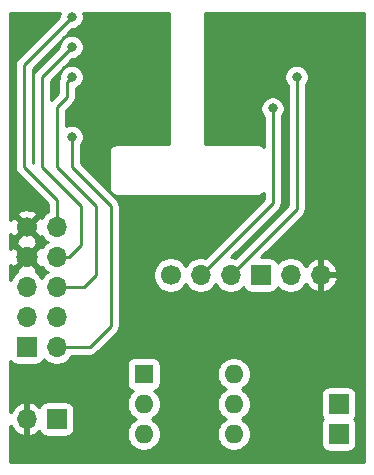
<source format=gbl>
G04 #@! TF.GenerationSoftware,KiCad,Pcbnew,5.1.5*
G04 #@! TF.CreationDate,2020-03-08T11:02:30+01:00*
G04 #@! TF.ProjectId,Flash-Station,466c6173-682d-4537-9461-74696f6e2e6b,rev?*
G04 #@! TF.SameCoordinates,Original*
G04 #@! TF.FileFunction,Copper,L2,Bot*
G04 #@! TF.FilePolarity,Positive*
%FSLAX46Y46*%
G04 Gerber Fmt 4.6, Leading zero omitted, Abs format (unit mm)*
G04 Created by KiCad (PCBNEW 5.1.5) date 2020-03-08 11:02:30*
%MOMM*%
%LPD*%
G04 APERTURE LIST*
%ADD10O,1.700000X1.700000*%
%ADD11R,1.700000X1.700000*%
%ADD12C,1.700000*%
%ADD13C,1.800000*%
%ADD14O,1.600000X1.600000*%
%ADD15R,1.600000X1.600000*%
%ADD16C,0.800000*%
%ADD17C,0.250000*%
%ADD18C,0.254000*%
G04 APERTURE END LIST*
D10*
X93472000Y-81534000D03*
X90932000Y-81534000D03*
D11*
X88392000Y-81534000D03*
D10*
X85852000Y-81534000D03*
X83312000Y-81534000D03*
D12*
X80772000Y-81534000D03*
D10*
X71120000Y-87630000D03*
D11*
X68580000Y-87630000D03*
D10*
X71120000Y-85090000D03*
X68580000Y-85090000D03*
X71120000Y-82550000D03*
X68580000Y-82550000D03*
X71120000Y-80010000D03*
D13*
X68580000Y-80010000D03*
D10*
X71120000Y-77470000D03*
D12*
X68580000Y-77470000D03*
D11*
X94996000Y-94996000D03*
X94996000Y-92456000D03*
D10*
X68580000Y-93726000D03*
D11*
X71120000Y-93726000D03*
D14*
X86106000Y-89916000D03*
X78486000Y-94996000D03*
X86106000Y-92456000D03*
X78486000Y-92456000D03*
X86106000Y-94996000D03*
D15*
X78486000Y-89916000D03*
D16*
X91440000Y-59690000D03*
X74422000Y-72263000D03*
X72390000Y-59690000D03*
X72390000Y-62230000D03*
X72390000Y-64770000D03*
X72390000Y-69850000D03*
X91440000Y-64770000D03*
X89408000Y-67437000D03*
D17*
X72390000Y-59690000D02*
X68326000Y-63754000D01*
X68326000Y-63754000D02*
X68326000Y-72390000D01*
X68326000Y-72390000D02*
X71120000Y-75184000D01*
X71120000Y-75184000D02*
X71120000Y-77470000D01*
X72136000Y-80010000D02*
X71120000Y-80010000D01*
X72390000Y-62230000D02*
X69850000Y-64770000D01*
X69850000Y-64770000D02*
X69850000Y-72390000D01*
X69850000Y-72390000D02*
X73152000Y-75692000D01*
X73152000Y-75692000D02*
X73152000Y-78994000D01*
X73152000Y-78994000D02*
X72136000Y-80010000D01*
X73406000Y-82550000D02*
X71120000Y-82550000D01*
X74422000Y-75692000D02*
X74422000Y-81534000D01*
X71990001Y-65169999D02*
X71990001Y-66439999D01*
X71990001Y-66439999D02*
X71120000Y-67310000D01*
X72390000Y-64770000D02*
X71990001Y-65169999D01*
X74422000Y-81534000D02*
X73406000Y-82550000D01*
X71120000Y-67310000D02*
X71120000Y-72390000D01*
X71120000Y-72390000D02*
X74422000Y-75692000D01*
X73914000Y-87630000D02*
X71120000Y-87630000D01*
X75692000Y-85852000D02*
X73914000Y-87630000D01*
X75692000Y-75692000D02*
X75692000Y-85852000D01*
X72390000Y-69850000D02*
X72390000Y-72390000D01*
X72390000Y-72390000D02*
X75692000Y-75692000D01*
X91440000Y-75946000D02*
X85852000Y-81534000D01*
X91440000Y-64770000D02*
X91440000Y-75946000D01*
X89408000Y-75438000D02*
X83312000Y-81534000D01*
X89408000Y-67437000D02*
X89408000Y-75438000D01*
D18*
G36*
X80620000Y-70460000D02*
G01*
X76232419Y-70460000D01*
X76200000Y-70456807D01*
X76167581Y-70460000D01*
X76070617Y-70469550D01*
X75946207Y-70507290D01*
X75831550Y-70568575D01*
X75731052Y-70651052D01*
X75648575Y-70751550D01*
X75587290Y-70866207D01*
X75549550Y-70990617D01*
X75536807Y-71120000D01*
X75540001Y-71152429D01*
X75540000Y-74135580D01*
X75536807Y-74168000D01*
X75549550Y-74297383D01*
X75587290Y-74421793D01*
X75648575Y-74536450D01*
X75731052Y-74636948D01*
X75831550Y-74719425D01*
X75946207Y-74780710D01*
X76070617Y-74818450D01*
X76200000Y-74831193D01*
X76232419Y-74828000D01*
X88105581Y-74828000D01*
X88138000Y-74831193D01*
X88170419Y-74828000D01*
X88267383Y-74818450D01*
X88391793Y-74780710D01*
X88506450Y-74719425D01*
X88606948Y-74636948D01*
X88648001Y-74586925D01*
X88648001Y-75123197D01*
X83678408Y-80092791D01*
X83458260Y-80049000D01*
X83165740Y-80049000D01*
X82878842Y-80106068D01*
X82608589Y-80218010D01*
X82365368Y-80380525D01*
X82158525Y-80587368D01*
X82042000Y-80761760D01*
X81925475Y-80587368D01*
X81718632Y-80380525D01*
X81475411Y-80218010D01*
X81205158Y-80106068D01*
X80918260Y-80049000D01*
X80625740Y-80049000D01*
X80338842Y-80106068D01*
X80068589Y-80218010D01*
X79825368Y-80380525D01*
X79618525Y-80587368D01*
X79456010Y-80830589D01*
X79344068Y-81100842D01*
X79287000Y-81387740D01*
X79287000Y-81680260D01*
X79344068Y-81967158D01*
X79456010Y-82237411D01*
X79618525Y-82480632D01*
X79825368Y-82687475D01*
X80068589Y-82849990D01*
X80338842Y-82961932D01*
X80625740Y-83019000D01*
X80918260Y-83019000D01*
X81205158Y-82961932D01*
X81475411Y-82849990D01*
X81718632Y-82687475D01*
X81925475Y-82480632D01*
X82042000Y-82306240D01*
X82158525Y-82480632D01*
X82365368Y-82687475D01*
X82608589Y-82849990D01*
X82878842Y-82961932D01*
X83165740Y-83019000D01*
X83458260Y-83019000D01*
X83745158Y-82961932D01*
X84015411Y-82849990D01*
X84258632Y-82687475D01*
X84465475Y-82480632D01*
X84582000Y-82306240D01*
X84698525Y-82480632D01*
X84905368Y-82687475D01*
X85148589Y-82849990D01*
X85418842Y-82961932D01*
X85705740Y-83019000D01*
X85998260Y-83019000D01*
X86285158Y-82961932D01*
X86555411Y-82849990D01*
X86798632Y-82687475D01*
X86930487Y-82555620D01*
X86952498Y-82628180D01*
X87011463Y-82738494D01*
X87090815Y-82835185D01*
X87187506Y-82914537D01*
X87297820Y-82973502D01*
X87417518Y-83009812D01*
X87542000Y-83022072D01*
X89242000Y-83022072D01*
X89366482Y-83009812D01*
X89486180Y-82973502D01*
X89596494Y-82914537D01*
X89693185Y-82835185D01*
X89772537Y-82738494D01*
X89831502Y-82628180D01*
X89853513Y-82555620D01*
X89985368Y-82687475D01*
X90228589Y-82849990D01*
X90498842Y-82961932D01*
X90785740Y-83019000D01*
X91078260Y-83019000D01*
X91365158Y-82961932D01*
X91635411Y-82849990D01*
X91878632Y-82687475D01*
X92085475Y-82480632D01*
X92207195Y-82298466D01*
X92276822Y-82415355D01*
X92471731Y-82631588D01*
X92705080Y-82805641D01*
X92967901Y-82930825D01*
X93115110Y-82975476D01*
X93345000Y-82854155D01*
X93345000Y-81661000D01*
X93599000Y-81661000D01*
X93599000Y-82854155D01*
X93828890Y-82975476D01*
X93976099Y-82930825D01*
X94238920Y-82805641D01*
X94472269Y-82631588D01*
X94667178Y-82415355D01*
X94816157Y-82165252D01*
X94913481Y-81890891D01*
X94792814Y-81661000D01*
X93599000Y-81661000D01*
X93345000Y-81661000D01*
X93325000Y-81661000D01*
X93325000Y-81407000D01*
X93345000Y-81407000D01*
X93345000Y-80213845D01*
X93599000Y-80213845D01*
X93599000Y-81407000D01*
X94792814Y-81407000D01*
X94913481Y-81177109D01*
X94816157Y-80902748D01*
X94667178Y-80652645D01*
X94472269Y-80436412D01*
X94238920Y-80262359D01*
X93976099Y-80137175D01*
X93828890Y-80092524D01*
X93599000Y-80213845D01*
X93345000Y-80213845D01*
X93115110Y-80092524D01*
X92967901Y-80137175D01*
X92705080Y-80262359D01*
X92471731Y-80436412D01*
X92276822Y-80652645D01*
X92207195Y-80769534D01*
X92085475Y-80587368D01*
X91878632Y-80380525D01*
X91635411Y-80218010D01*
X91365158Y-80106068D01*
X91078260Y-80049000D01*
X90785740Y-80049000D01*
X90498842Y-80106068D01*
X90228589Y-80218010D01*
X89985368Y-80380525D01*
X89853513Y-80512380D01*
X89831502Y-80439820D01*
X89772537Y-80329506D01*
X89693185Y-80232815D01*
X89596494Y-80153463D01*
X89486180Y-80094498D01*
X89366482Y-80058188D01*
X89242000Y-80045928D01*
X88414874Y-80045928D01*
X91951008Y-76509795D01*
X91980001Y-76486001D01*
X92003795Y-76457008D01*
X92003799Y-76457004D01*
X92074973Y-76370277D01*
X92098120Y-76326973D01*
X92145546Y-76238247D01*
X92189003Y-76094986D01*
X92200000Y-75983333D01*
X92200000Y-75983324D01*
X92203676Y-75946001D01*
X92200000Y-75908678D01*
X92200000Y-65473711D01*
X92243937Y-65429774D01*
X92357205Y-65260256D01*
X92435226Y-65071898D01*
X92475000Y-64871939D01*
X92475000Y-64668061D01*
X92435226Y-64468102D01*
X92357205Y-64279744D01*
X92243937Y-64110226D01*
X92099774Y-63966063D01*
X91930256Y-63852795D01*
X91741898Y-63774774D01*
X91541939Y-63735000D01*
X91338061Y-63735000D01*
X91138102Y-63774774D01*
X90949744Y-63852795D01*
X90780226Y-63966063D01*
X90636063Y-64110226D01*
X90522795Y-64279744D01*
X90444774Y-64468102D01*
X90405000Y-64668061D01*
X90405000Y-64871939D01*
X90444774Y-65071898D01*
X90522795Y-65260256D01*
X90636063Y-65429774D01*
X90680000Y-65473711D01*
X90680001Y-75631196D01*
X86218408Y-80092791D01*
X85998260Y-80049000D01*
X85871801Y-80049000D01*
X89919003Y-76001799D01*
X89948001Y-75978001D01*
X89984930Y-75933003D01*
X90042974Y-75862277D01*
X90113546Y-75730247D01*
X90136472Y-75654668D01*
X90157003Y-75586986D01*
X90168000Y-75475333D01*
X90168000Y-75475323D01*
X90171676Y-75438000D01*
X90168000Y-75400677D01*
X90168000Y-68140711D01*
X90211937Y-68096774D01*
X90325205Y-67927256D01*
X90403226Y-67738898D01*
X90443000Y-67538939D01*
X90443000Y-67335061D01*
X90403226Y-67135102D01*
X90325205Y-66946744D01*
X90211937Y-66777226D01*
X90067774Y-66633063D01*
X89898256Y-66519795D01*
X89709898Y-66441774D01*
X89509939Y-66402000D01*
X89306061Y-66402000D01*
X89106102Y-66441774D01*
X88917744Y-66519795D01*
X88748226Y-66633063D01*
X88604063Y-66777226D01*
X88490795Y-66946744D01*
X88412774Y-67135102D01*
X88373000Y-67335061D01*
X88373000Y-67538939D01*
X88412774Y-67738898D01*
X88490795Y-67927256D01*
X88604063Y-68096774D01*
X88648000Y-68140711D01*
X88648000Y-70701074D01*
X88606948Y-70651052D01*
X88506450Y-70568575D01*
X88391793Y-70507290D01*
X88267383Y-70469550D01*
X88170419Y-70460000D01*
X88138000Y-70456807D01*
X88105581Y-70460000D01*
X83718000Y-70460000D01*
X83718000Y-59334000D01*
X97130001Y-59334000D01*
X97130000Y-97384000D01*
X67208000Y-97384000D01*
X67208000Y-94278761D01*
X67235843Y-94357252D01*
X67384822Y-94607355D01*
X67579731Y-94823588D01*
X67813080Y-94997641D01*
X68075901Y-95122825D01*
X68223110Y-95167476D01*
X68453000Y-95046155D01*
X68453000Y-93853000D01*
X68433000Y-93853000D01*
X68433000Y-93599000D01*
X68453000Y-93599000D01*
X68453000Y-92405845D01*
X68707000Y-92405845D01*
X68707000Y-93599000D01*
X68727000Y-93599000D01*
X68727000Y-93853000D01*
X68707000Y-93853000D01*
X68707000Y-95046155D01*
X68936890Y-95167476D01*
X69084099Y-95122825D01*
X69346920Y-94997641D01*
X69580269Y-94823588D01*
X69656034Y-94739534D01*
X69680498Y-94820180D01*
X69739463Y-94930494D01*
X69818815Y-95027185D01*
X69915506Y-95106537D01*
X70025820Y-95165502D01*
X70145518Y-95201812D01*
X70270000Y-95214072D01*
X71970000Y-95214072D01*
X72094482Y-95201812D01*
X72214180Y-95165502D01*
X72324494Y-95106537D01*
X72421185Y-95027185D01*
X72500537Y-94930494D01*
X72559502Y-94820180D01*
X72595812Y-94700482D01*
X72608072Y-94576000D01*
X72608072Y-92876000D01*
X72595812Y-92751518D01*
X72559502Y-92631820D01*
X72500537Y-92521506D01*
X72421185Y-92424815D01*
X72324494Y-92345463D01*
X72214180Y-92286498D01*
X72094482Y-92250188D01*
X71970000Y-92237928D01*
X70270000Y-92237928D01*
X70145518Y-92250188D01*
X70025820Y-92286498D01*
X69915506Y-92345463D01*
X69818815Y-92424815D01*
X69739463Y-92521506D01*
X69680498Y-92631820D01*
X69656034Y-92712466D01*
X69580269Y-92628412D01*
X69346920Y-92454359D01*
X69084099Y-92329175D01*
X68936890Y-92284524D01*
X68707000Y-92405845D01*
X68453000Y-92405845D01*
X68223110Y-92284524D01*
X68075901Y-92329175D01*
X67813080Y-92454359D01*
X67579731Y-92628412D01*
X67384822Y-92844645D01*
X67235843Y-93094748D01*
X67208000Y-93173239D01*
X67208000Y-88844896D01*
X67278815Y-88931185D01*
X67375506Y-89010537D01*
X67485820Y-89069502D01*
X67605518Y-89105812D01*
X67730000Y-89118072D01*
X69430000Y-89118072D01*
X69451038Y-89116000D01*
X77047928Y-89116000D01*
X77047928Y-90716000D01*
X77060188Y-90840482D01*
X77096498Y-90960180D01*
X77155463Y-91070494D01*
X77234815Y-91167185D01*
X77331506Y-91246537D01*
X77441820Y-91305502D01*
X77561518Y-91341812D01*
X77569961Y-91342643D01*
X77371363Y-91541241D01*
X77214320Y-91776273D01*
X77106147Y-92037426D01*
X77051000Y-92314665D01*
X77051000Y-92597335D01*
X77106147Y-92874574D01*
X77214320Y-93135727D01*
X77371363Y-93370759D01*
X77571241Y-93570637D01*
X77803759Y-93726000D01*
X77571241Y-93881363D01*
X77371363Y-94081241D01*
X77214320Y-94316273D01*
X77106147Y-94577426D01*
X77051000Y-94854665D01*
X77051000Y-95137335D01*
X77106147Y-95414574D01*
X77214320Y-95675727D01*
X77371363Y-95910759D01*
X77571241Y-96110637D01*
X77806273Y-96267680D01*
X78067426Y-96375853D01*
X78344665Y-96431000D01*
X78627335Y-96431000D01*
X78904574Y-96375853D01*
X79165727Y-96267680D01*
X79400759Y-96110637D01*
X79600637Y-95910759D01*
X79757680Y-95675727D01*
X79865853Y-95414574D01*
X79921000Y-95137335D01*
X79921000Y-94854665D01*
X79865853Y-94577426D01*
X79757680Y-94316273D01*
X79600637Y-94081241D01*
X79400759Y-93881363D01*
X79168241Y-93726000D01*
X79400759Y-93570637D01*
X79600637Y-93370759D01*
X79757680Y-93135727D01*
X79865853Y-92874574D01*
X79921000Y-92597335D01*
X79921000Y-92314665D01*
X79865853Y-92037426D01*
X79757680Y-91776273D01*
X79600637Y-91541241D01*
X79402039Y-91342643D01*
X79410482Y-91341812D01*
X79530180Y-91305502D01*
X79640494Y-91246537D01*
X79737185Y-91167185D01*
X79816537Y-91070494D01*
X79875502Y-90960180D01*
X79911812Y-90840482D01*
X79924072Y-90716000D01*
X79924072Y-89774665D01*
X84671000Y-89774665D01*
X84671000Y-90057335D01*
X84726147Y-90334574D01*
X84834320Y-90595727D01*
X84991363Y-90830759D01*
X85191241Y-91030637D01*
X85423759Y-91186000D01*
X85191241Y-91341363D01*
X84991363Y-91541241D01*
X84834320Y-91776273D01*
X84726147Y-92037426D01*
X84671000Y-92314665D01*
X84671000Y-92597335D01*
X84726147Y-92874574D01*
X84834320Y-93135727D01*
X84991363Y-93370759D01*
X85191241Y-93570637D01*
X85423759Y-93726000D01*
X85191241Y-93881363D01*
X84991363Y-94081241D01*
X84834320Y-94316273D01*
X84726147Y-94577426D01*
X84671000Y-94854665D01*
X84671000Y-95137335D01*
X84726147Y-95414574D01*
X84834320Y-95675727D01*
X84991363Y-95910759D01*
X85191241Y-96110637D01*
X85426273Y-96267680D01*
X85687426Y-96375853D01*
X85964665Y-96431000D01*
X86247335Y-96431000D01*
X86524574Y-96375853D01*
X86785727Y-96267680D01*
X87020759Y-96110637D01*
X87220637Y-95910759D01*
X87377680Y-95675727D01*
X87485853Y-95414574D01*
X87541000Y-95137335D01*
X87541000Y-94854665D01*
X87485853Y-94577426D01*
X87377680Y-94316273D01*
X87220637Y-94081241D01*
X87020759Y-93881363D01*
X86788241Y-93726000D01*
X87020759Y-93570637D01*
X87220637Y-93370759D01*
X87377680Y-93135727D01*
X87485853Y-92874574D01*
X87541000Y-92597335D01*
X87541000Y-92314665D01*
X87485853Y-92037426D01*
X87377680Y-91776273D01*
X87263908Y-91606000D01*
X93507928Y-91606000D01*
X93507928Y-93306000D01*
X93520188Y-93430482D01*
X93556498Y-93550180D01*
X93615463Y-93660494D01*
X93669222Y-93726000D01*
X93615463Y-93791506D01*
X93556498Y-93901820D01*
X93520188Y-94021518D01*
X93507928Y-94146000D01*
X93507928Y-95846000D01*
X93520188Y-95970482D01*
X93556498Y-96090180D01*
X93615463Y-96200494D01*
X93694815Y-96297185D01*
X93791506Y-96376537D01*
X93901820Y-96435502D01*
X94021518Y-96471812D01*
X94146000Y-96484072D01*
X95846000Y-96484072D01*
X95970482Y-96471812D01*
X96090180Y-96435502D01*
X96200494Y-96376537D01*
X96297185Y-96297185D01*
X96376537Y-96200494D01*
X96435502Y-96090180D01*
X96471812Y-95970482D01*
X96484072Y-95846000D01*
X96484072Y-94146000D01*
X96471812Y-94021518D01*
X96435502Y-93901820D01*
X96376537Y-93791506D01*
X96322778Y-93726000D01*
X96376537Y-93660494D01*
X96435502Y-93550180D01*
X96471812Y-93430482D01*
X96484072Y-93306000D01*
X96484072Y-91606000D01*
X96471812Y-91481518D01*
X96435502Y-91361820D01*
X96376537Y-91251506D01*
X96297185Y-91154815D01*
X96200494Y-91075463D01*
X96090180Y-91016498D01*
X95970482Y-90980188D01*
X95846000Y-90967928D01*
X94146000Y-90967928D01*
X94021518Y-90980188D01*
X93901820Y-91016498D01*
X93791506Y-91075463D01*
X93694815Y-91154815D01*
X93615463Y-91251506D01*
X93556498Y-91361820D01*
X93520188Y-91481518D01*
X93507928Y-91606000D01*
X87263908Y-91606000D01*
X87220637Y-91541241D01*
X87020759Y-91341363D01*
X86788241Y-91186000D01*
X87020759Y-91030637D01*
X87220637Y-90830759D01*
X87377680Y-90595727D01*
X87485853Y-90334574D01*
X87541000Y-90057335D01*
X87541000Y-89774665D01*
X87485853Y-89497426D01*
X87377680Y-89236273D01*
X87220637Y-89001241D01*
X87020759Y-88801363D01*
X86785727Y-88644320D01*
X86524574Y-88536147D01*
X86247335Y-88481000D01*
X85964665Y-88481000D01*
X85687426Y-88536147D01*
X85426273Y-88644320D01*
X85191241Y-88801363D01*
X84991363Y-89001241D01*
X84834320Y-89236273D01*
X84726147Y-89497426D01*
X84671000Y-89774665D01*
X79924072Y-89774665D01*
X79924072Y-89116000D01*
X79911812Y-88991518D01*
X79875502Y-88871820D01*
X79816537Y-88761506D01*
X79737185Y-88664815D01*
X79640494Y-88585463D01*
X79530180Y-88526498D01*
X79410482Y-88490188D01*
X79286000Y-88477928D01*
X77686000Y-88477928D01*
X77561518Y-88490188D01*
X77441820Y-88526498D01*
X77331506Y-88585463D01*
X77234815Y-88664815D01*
X77155463Y-88761506D01*
X77096498Y-88871820D01*
X77060188Y-88991518D01*
X77047928Y-89116000D01*
X69451038Y-89116000D01*
X69554482Y-89105812D01*
X69674180Y-89069502D01*
X69784494Y-89010537D01*
X69881185Y-88931185D01*
X69960537Y-88834494D01*
X70019502Y-88724180D01*
X70041513Y-88651620D01*
X70173368Y-88783475D01*
X70416589Y-88945990D01*
X70686842Y-89057932D01*
X70973740Y-89115000D01*
X71266260Y-89115000D01*
X71553158Y-89057932D01*
X71823411Y-88945990D01*
X72066632Y-88783475D01*
X72273475Y-88576632D01*
X72398178Y-88390000D01*
X73876678Y-88390000D01*
X73914000Y-88393676D01*
X73951322Y-88390000D01*
X73951333Y-88390000D01*
X74062986Y-88379003D01*
X74206247Y-88335546D01*
X74338276Y-88264974D01*
X74454001Y-88170001D01*
X74477804Y-88140997D01*
X76203003Y-86415799D01*
X76232001Y-86392001D01*
X76326974Y-86276276D01*
X76397546Y-86144247D01*
X76441003Y-86000986D01*
X76452000Y-85889333D01*
X76452000Y-85889325D01*
X76455676Y-85852000D01*
X76452000Y-85814675D01*
X76452000Y-75729322D01*
X76455676Y-75691999D01*
X76452000Y-75654676D01*
X76452000Y-75654667D01*
X76441003Y-75543014D01*
X76397546Y-75399753D01*
X76326974Y-75267724D01*
X76232001Y-75151999D01*
X76203004Y-75128202D01*
X73150000Y-72075199D01*
X73150000Y-70553711D01*
X73193937Y-70509774D01*
X73307205Y-70340256D01*
X73385226Y-70151898D01*
X73425000Y-69951939D01*
X73425000Y-69748061D01*
X73385226Y-69548102D01*
X73307205Y-69359744D01*
X73193937Y-69190226D01*
X73049774Y-69046063D01*
X72880256Y-68932795D01*
X72691898Y-68854774D01*
X72491939Y-68815000D01*
X72288061Y-68815000D01*
X72088102Y-68854774D01*
X71899744Y-68932795D01*
X71880000Y-68945987D01*
X71880000Y-67624801D01*
X72501004Y-67003798D01*
X72530002Y-66980000D01*
X72624975Y-66864275D01*
X72695547Y-66732246D01*
X72739004Y-66588985D01*
X72750001Y-66477332D01*
X72750001Y-66477323D01*
X72753677Y-66440000D01*
X72750001Y-66402677D01*
X72750001Y-65741159D01*
X72880256Y-65687205D01*
X73049774Y-65573937D01*
X73193937Y-65429774D01*
X73307205Y-65260256D01*
X73385226Y-65071898D01*
X73425000Y-64871939D01*
X73425000Y-64668061D01*
X73385226Y-64468102D01*
X73307205Y-64279744D01*
X73193937Y-64110226D01*
X73049774Y-63966063D01*
X72880256Y-63852795D01*
X72691898Y-63774774D01*
X72491939Y-63735000D01*
X72288061Y-63735000D01*
X72088102Y-63774774D01*
X71899744Y-63852795D01*
X71730226Y-63966063D01*
X71586063Y-64110226D01*
X71472795Y-64279744D01*
X71394774Y-64468102D01*
X71355000Y-64668061D01*
X71355000Y-64745774D01*
X71342051Y-64770000D01*
X71284455Y-64877753D01*
X71240998Y-65021014D01*
X71230001Y-65132667D01*
X71230001Y-65132677D01*
X71226325Y-65169999D01*
X71230001Y-65207322D01*
X71230002Y-66125197D01*
X70610000Y-66745199D01*
X70610000Y-65084801D01*
X72429803Y-63265000D01*
X72491939Y-63265000D01*
X72691898Y-63225226D01*
X72880256Y-63147205D01*
X73049774Y-63033937D01*
X73193937Y-62889774D01*
X73307205Y-62720256D01*
X73385226Y-62531898D01*
X73425000Y-62331939D01*
X73425000Y-62128061D01*
X73385226Y-61928102D01*
X73307205Y-61739744D01*
X73193937Y-61570226D01*
X73049774Y-61426063D01*
X72880256Y-61312795D01*
X72691898Y-61234774D01*
X72491939Y-61195000D01*
X72288061Y-61195000D01*
X72088102Y-61234774D01*
X71899744Y-61312795D01*
X71730226Y-61426063D01*
X71586063Y-61570226D01*
X71472795Y-61739744D01*
X71394774Y-61928102D01*
X71355000Y-62128061D01*
X71355000Y-62190197D01*
X69339003Y-64206196D01*
X69309999Y-64229999D01*
X69269175Y-64279744D01*
X69215026Y-64345724D01*
X69151564Y-64464453D01*
X69144454Y-64477754D01*
X69100997Y-64621015D01*
X69090000Y-64732668D01*
X69090000Y-64732678D01*
X69086324Y-64770000D01*
X69090000Y-64807322D01*
X69090001Y-72079200D01*
X69086000Y-72075199D01*
X69086000Y-64068801D01*
X72429802Y-60725000D01*
X72491939Y-60725000D01*
X72691898Y-60685226D01*
X72880256Y-60607205D01*
X73049774Y-60493937D01*
X73193937Y-60349774D01*
X73307205Y-60180256D01*
X73385226Y-59991898D01*
X73425000Y-59791939D01*
X73425000Y-59588061D01*
X73385226Y-59388102D01*
X73362816Y-59334000D01*
X80620001Y-59334000D01*
X80620000Y-70460000D01*
G37*
X80620000Y-70460000D02*
X76232419Y-70460000D01*
X76200000Y-70456807D01*
X76167581Y-70460000D01*
X76070617Y-70469550D01*
X75946207Y-70507290D01*
X75831550Y-70568575D01*
X75731052Y-70651052D01*
X75648575Y-70751550D01*
X75587290Y-70866207D01*
X75549550Y-70990617D01*
X75536807Y-71120000D01*
X75540001Y-71152429D01*
X75540000Y-74135580D01*
X75536807Y-74168000D01*
X75549550Y-74297383D01*
X75587290Y-74421793D01*
X75648575Y-74536450D01*
X75731052Y-74636948D01*
X75831550Y-74719425D01*
X75946207Y-74780710D01*
X76070617Y-74818450D01*
X76200000Y-74831193D01*
X76232419Y-74828000D01*
X88105581Y-74828000D01*
X88138000Y-74831193D01*
X88170419Y-74828000D01*
X88267383Y-74818450D01*
X88391793Y-74780710D01*
X88506450Y-74719425D01*
X88606948Y-74636948D01*
X88648001Y-74586925D01*
X88648001Y-75123197D01*
X83678408Y-80092791D01*
X83458260Y-80049000D01*
X83165740Y-80049000D01*
X82878842Y-80106068D01*
X82608589Y-80218010D01*
X82365368Y-80380525D01*
X82158525Y-80587368D01*
X82042000Y-80761760D01*
X81925475Y-80587368D01*
X81718632Y-80380525D01*
X81475411Y-80218010D01*
X81205158Y-80106068D01*
X80918260Y-80049000D01*
X80625740Y-80049000D01*
X80338842Y-80106068D01*
X80068589Y-80218010D01*
X79825368Y-80380525D01*
X79618525Y-80587368D01*
X79456010Y-80830589D01*
X79344068Y-81100842D01*
X79287000Y-81387740D01*
X79287000Y-81680260D01*
X79344068Y-81967158D01*
X79456010Y-82237411D01*
X79618525Y-82480632D01*
X79825368Y-82687475D01*
X80068589Y-82849990D01*
X80338842Y-82961932D01*
X80625740Y-83019000D01*
X80918260Y-83019000D01*
X81205158Y-82961932D01*
X81475411Y-82849990D01*
X81718632Y-82687475D01*
X81925475Y-82480632D01*
X82042000Y-82306240D01*
X82158525Y-82480632D01*
X82365368Y-82687475D01*
X82608589Y-82849990D01*
X82878842Y-82961932D01*
X83165740Y-83019000D01*
X83458260Y-83019000D01*
X83745158Y-82961932D01*
X84015411Y-82849990D01*
X84258632Y-82687475D01*
X84465475Y-82480632D01*
X84582000Y-82306240D01*
X84698525Y-82480632D01*
X84905368Y-82687475D01*
X85148589Y-82849990D01*
X85418842Y-82961932D01*
X85705740Y-83019000D01*
X85998260Y-83019000D01*
X86285158Y-82961932D01*
X86555411Y-82849990D01*
X86798632Y-82687475D01*
X86930487Y-82555620D01*
X86952498Y-82628180D01*
X87011463Y-82738494D01*
X87090815Y-82835185D01*
X87187506Y-82914537D01*
X87297820Y-82973502D01*
X87417518Y-83009812D01*
X87542000Y-83022072D01*
X89242000Y-83022072D01*
X89366482Y-83009812D01*
X89486180Y-82973502D01*
X89596494Y-82914537D01*
X89693185Y-82835185D01*
X89772537Y-82738494D01*
X89831502Y-82628180D01*
X89853513Y-82555620D01*
X89985368Y-82687475D01*
X90228589Y-82849990D01*
X90498842Y-82961932D01*
X90785740Y-83019000D01*
X91078260Y-83019000D01*
X91365158Y-82961932D01*
X91635411Y-82849990D01*
X91878632Y-82687475D01*
X92085475Y-82480632D01*
X92207195Y-82298466D01*
X92276822Y-82415355D01*
X92471731Y-82631588D01*
X92705080Y-82805641D01*
X92967901Y-82930825D01*
X93115110Y-82975476D01*
X93345000Y-82854155D01*
X93345000Y-81661000D01*
X93599000Y-81661000D01*
X93599000Y-82854155D01*
X93828890Y-82975476D01*
X93976099Y-82930825D01*
X94238920Y-82805641D01*
X94472269Y-82631588D01*
X94667178Y-82415355D01*
X94816157Y-82165252D01*
X94913481Y-81890891D01*
X94792814Y-81661000D01*
X93599000Y-81661000D01*
X93345000Y-81661000D01*
X93325000Y-81661000D01*
X93325000Y-81407000D01*
X93345000Y-81407000D01*
X93345000Y-80213845D01*
X93599000Y-80213845D01*
X93599000Y-81407000D01*
X94792814Y-81407000D01*
X94913481Y-81177109D01*
X94816157Y-80902748D01*
X94667178Y-80652645D01*
X94472269Y-80436412D01*
X94238920Y-80262359D01*
X93976099Y-80137175D01*
X93828890Y-80092524D01*
X93599000Y-80213845D01*
X93345000Y-80213845D01*
X93115110Y-80092524D01*
X92967901Y-80137175D01*
X92705080Y-80262359D01*
X92471731Y-80436412D01*
X92276822Y-80652645D01*
X92207195Y-80769534D01*
X92085475Y-80587368D01*
X91878632Y-80380525D01*
X91635411Y-80218010D01*
X91365158Y-80106068D01*
X91078260Y-80049000D01*
X90785740Y-80049000D01*
X90498842Y-80106068D01*
X90228589Y-80218010D01*
X89985368Y-80380525D01*
X89853513Y-80512380D01*
X89831502Y-80439820D01*
X89772537Y-80329506D01*
X89693185Y-80232815D01*
X89596494Y-80153463D01*
X89486180Y-80094498D01*
X89366482Y-80058188D01*
X89242000Y-80045928D01*
X88414874Y-80045928D01*
X91951008Y-76509795D01*
X91980001Y-76486001D01*
X92003795Y-76457008D01*
X92003799Y-76457004D01*
X92074973Y-76370277D01*
X92098120Y-76326973D01*
X92145546Y-76238247D01*
X92189003Y-76094986D01*
X92200000Y-75983333D01*
X92200000Y-75983324D01*
X92203676Y-75946001D01*
X92200000Y-75908678D01*
X92200000Y-65473711D01*
X92243937Y-65429774D01*
X92357205Y-65260256D01*
X92435226Y-65071898D01*
X92475000Y-64871939D01*
X92475000Y-64668061D01*
X92435226Y-64468102D01*
X92357205Y-64279744D01*
X92243937Y-64110226D01*
X92099774Y-63966063D01*
X91930256Y-63852795D01*
X91741898Y-63774774D01*
X91541939Y-63735000D01*
X91338061Y-63735000D01*
X91138102Y-63774774D01*
X90949744Y-63852795D01*
X90780226Y-63966063D01*
X90636063Y-64110226D01*
X90522795Y-64279744D01*
X90444774Y-64468102D01*
X90405000Y-64668061D01*
X90405000Y-64871939D01*
X90444774Y-65071898D01*
X90522795Y-65260256D01*
X90636063Y-65429774D01*
X90680000Y-65473711D01*
X90680001Y-75631196D01*
X86218408Y-80092791D01*
X85998260Y-80049000D01*
X85871801Y-80049000D01*
X89919003Y-76001799D01*
X89948001Y-75978001D01*
X89984930Y-75933003D01*
X90042974Y-75862277D01*
X90113546Y-75730247D01*
X90136472Y-75654668D01*
X90157003Y-75586986D01*
X90168000Y-75475333D01*
X90168000Y-75475323D01*
X90171676Y-75438000D01*
X90168000Y-75400677D01*
X90168000Y-68140711D01*
X90211937Y-68096774D01*
X90325205Y-67927256D01*
X90403226Y-67738898D01*
X90443000Y-67538939D01*
X90443000Y-67335061D01*
X90403226Y-67135102D01*
X90325205Y-66946744D01*
X90211937Y-66777226D01*
X90067774Y-66633063D01*
X89898256Y-66519795D01*
X89709898Y-66441774D01*
X89509939Y-66402000D01*
X89306061Y-66402000D01*
X89106102Y-66441774D01*
X88917744Y-66519795D01*
X88748226Y-66633063D01*
X88604063Y-66777226D01*
X88490795Y-66946744D01*
X88412774Y-67135102D01*
X88373000Y-67335061D01*
X88373000Y-67538939D01*
X88412774Y-67738898D01*
X88490795Y-67927256D01*
X88604063Y-68096774D01*
X88648000Y-68140711D01*
X88648000Y-70701074D01*
X88606948Y-70651052D01*
X88506450Y-70568575D01*
X88391793Y-70507290D01*
X88267383Y-70469550D01*
X88170419Y-70460000D01*
X88138000Y-70456807D01*
X88105581Y-70460000D01*
X83718000Y-70460000D01*
X83718000Y-59334000D01*
X97130001Y-59334000D01*
X97130000Y-97384000D01*
X67208000Y-97384000D01*
X67208000Y-94278761D01*
X67235843Y-94357252D01*
X67384822Y-94607355D01*
X67579731Y-94823588D01*
X67813080Y-94997641D01*
X68075901Y-95122825D01*
X68223110Y-95167476D01*
X68453000Y-95046155D01*
X68453000Y-93853000D01*
X68433000Y-93853000D01*
X68433000Y-93599000D01*
X68453000Y-93599000D01*
X68453000Y-92405845D01*
X68707000Y-92405845D01*
X68707000Y-93599000D01*
X68727000Y-93599000D01*
X68727000Y-93853000D01*
X68707000Y-93853000D01*
X68707000Y-95046155D01*
X68936890Y-95167476D01*
X69084099Y-95122825D01*
X69346920Y-94997641D01*
X69580269Y-94823588D01*
X69656034Y-94739534D01*
X69680498Y-94820180D01*
X69739463Y-94930494D01*
X69818815Y-95027185D01*
X69915506Y-95106537D01*
X70025820Y-95165502D01*
X70145518Y-95201812D01*
X70270000Y-95214072D01*
X71970000Y-95214072D01*
X72094482Y-95201812D01*
X72214180Y-95165502D01*
X72324494Y-95106537D01*
X72421185Y-95027185D01*
X72500537Y-94930494D01*
X72559502Y-94820180D01*
X72595812Y-94700482D01*
X72608072Y-94576000D01*
X72608072Y-92876000D01*
X72595812Y-92751518D01*
X72559502Y-92631820D01*
X72500537Y-92521506D01*
X72421185Y-92424815D01*
X72324494Y-92345463D01*
X72214180Y-92286498D01*
X72094482Y-92250188D01*
X71970000Y-92237928D01*
X70270000Y-92237928D01*
X70145518Y-92250188D01*
X70025820Y-92286498D01*
X69915506Y-92345463D01*
X69818815Y-92424815D01*
X69739463Y-92521506D01*
X69680498Y-92631820D01*
X69656034Y-92712466D01*
X69580269Y-92628412D01*
X69346920Y-92454359D01*
X69084099Y-92329175D01*
X68936890Y-92284524D01*
X68707000Y-92405845D01*
X68453000Y-92405845D01*
X68223110Y-92284524D01*
X68075901Y-92329175D01*
X67813080Y-92454359D01*
X67579731Y-92628412D01*
X67384822Y-92844645D01*
X67235843Y-93094748D01*
X67208000Y-93173239D01*
X67208000Y-88844896D01*
X67278815Y-88931185D01*
X67375506Y-89010537D01*
X67485820Y-89069502D01*
X67605518Y-89105812D01*
X67730000Y-89118072D01*
X69430000Y-89118072D01*
X69451038Y-89116000D01*
X77047928Y-89116000D01*
X77047928Y-90716000D01*
X77060188Y-90840482D01*
X77096498Y-90960180D01*
X77155463Y-91070494D01*
X77234815Y-91167185D01*
X77331506Y-91246537D01*
X77441820Y-91305502D01*
X77561518Y-91341812D01*
X77569961Y-91342643D01*
X77371363Y-91541241D01*
X77214320Y-91776273D01*
X77106147Y-92037426D01*
X77051000Y-92314665D01*
X77051000Y-92597335D01*
X77106147Y-92874574D01*
X77214320Y-93135727D01*
X77371363Y-93370759D01*
X77571241Y-93570637D01*
X77803759Y-93726000D01*
X77571241Y-93881363D01*
X77371363Y-94081241D01*
X77214320Y-94316273D01*
X77106147Y-94577426D01*
X77051000Y-94854665D01*
X77051000Y-95137335D01*
X77106147Y-95414574D01*
X77214320Y-95675727D01*
X77371363Y-95910759D01*
X77571241Y-96110637D01*
X77806273Y-96267680D01*
X78067426Y-96375853D01*
X78344665Y-96431000D01*
X78627335Y-96431000D01*
X78904574Y-96375853D01*
X79165727Y-96267680D01*
X79400759Y-96110637D01*
X79600637Y-95910759D01*
X79757680Y-95675727D01*
X79865853Y-95414574D01*
X79921000Y-95137335D01*
X79921000Y-94854665D01*
X79865853Y-94577426D01*
X79757680Y-94316273D01*
X79600637Y-94081241D01*
X79400759Y-93881363D01*
X79168241Y-93726000D01*
X79400759Y-93570637D01*
X79600637Y-93370759D01*
X79757680Y-93135727D01*
X79865853Y-92874574D01*
X79921000Y-92597335D01*
X79921000Y-92314665D01*
X79865853Y-92037426D01*
X79757680Y-91776273D01*
X79600637Y-91541241D01*
X79402039Y-91342643D01*
X79410482Y-91341812D01*
X79530180Y-91305502D01*
X79640494Y-91246537D01*
X79737185Y-91167185D01*
X79816537Y-91070494D01*
X79875502Y-90960180D01*
X79911812Y-90840482D01*
X79924072Y-90716000D01*
X79924072Y-89774665D01*
X84671000Y-89774665D01*
X84671000Y-90057335D01*
X84726147Y-90334574D01*
X84834320Y-90595727D01*
X84991363Y-90830759D01*
X85191241Y-91030637D01*
X85423759Y-91186000D01*
X85191241Y-91341363D01*
X84991363Y-91541241D01*
X84834320Y-91776273D01*
X84726147Y-92037426D01*
X84671000Y-92314665D01*
X84671000Y-92597335D01*
X84726147Y-92874574D01*
X84834320Y-93135727D01*
X84991363Y-93370759D01*
X85191241Y-93570637D01*
X85423759Y-93726000D01*
X85191241Y-93881363D01*
X84991363Y-94081241D01*
X84834320Y-94316273D01*
X84726147Y-94577426D01*
X84671000Y-94854665D01*
X84671000Y-95137335D01*
X84726147Y-95414574D01*
X84834320Y-95675727D01*
X84991363Y-95910759D01*
X85191241Y-96110637D01*
X85426273Y-96267680D01*
X85687426Y-96375853D01*
X85964665Y-96431000D01*
X86247335Y-96431000D01*
X86524574Y-96375853D01*
X86785727Y-96267680D01*
X87020759Y-96110637D01*
X87220637Y-95910759D01*
X87377680Y-95675727D01*
X87485853Y-95414574D01*
X87541000Y-95137335D01*
X87541000Y-94854665D01*
X87485853Y-94577426D01*
X87377680Y-94316273D01*
X87220637Y-94081241D01*
X87020759Y-93881363D01*
X86788241Y-93726000D01*
X87020759Y-93570637D01*
X87220637Y-93370759D01*
X87377680Y-93135727D01*
X87485853Y-92874574D01*
X87541000Y-92597335D01*
X87541000Y-92314665D01*
X87485853Y-92037426D01*
X87377680Y-91776273D01*
X87263908Y-91606000D01*
X93507928Y-91606000D01*
X93507928Y-93306000D01*
X93520188Y-93430482D01*
X93556498Y-93550180D01*
X93615463Y-93660494D01*
X93669222Y-93726000D01*
X93615463Y-93791506D01*
X93556498Y-93901820D01*
X93520188Y-94021518D01*
X93507928Y-94146000D01*
X93507928Y-95846000D01*
X93520188Y-95970482D01*
X93556498Y-96090180D01*
X93615463Y-96200494D01*
X93694815Y-96297185D01*
X93791506Y-96376537D01*
X93901820Y-96435502D01*
X94021518Y-96471812D01*
X94146000Y-96484072D01*
X95846000Y-96484072D01*
X95970482Y-96471812D01*
X96090180Y-96435502D01*
X96200494Y-96376537D01*
X96297185Y-96297185D01*
X96376537Y-96200494D01*
X96435502Y-96090180D01*
X96471812Y-95970482D01*
X96484072Y-95846000D01*
X96484072Y-94146000D01*
X96471812Y-94021518D01*
X96435502Y-93901820D01*
X96376537Y-93791506D01*
X96322778Y-93726000D01*
X96376537Y-93660494D01*
X96435502Y-93550180D01*
X96471812Y-93430482D01*
X96484072Y-93306000D01*
X96484072Y-91606000D01*
X96471812Y-91481518D01*
X96435502Y-91361820D01*
X96376537Y-91251506D01*
X96297185Y-91154815D01*
X96200494Y-91075463D01*
X96090180Y-91016498D01*
X95970482Y-90980188D01*
X95846000Y-90967928D01*
X94146000Y-90967928D01*
X94021518Y-90980188D01*
X93901820Y-91016498D01*
X93791506Y-91075463D01*
X93694815Y-91154815D01*
X93615463Y-91251506D01*
X93556498Y-91361820D01*
X93520188Y-91481518D01*
X93507928Y-91606000D01*
X87263908Y-91606000D01*
X87220637Y-91541241D01*
X87020759Y-91341363D01*
X86788241Y-91186000D01*
X87020759Y-91030637D01*
X87220637Y-90830759D01*
X87377680Y-90595727D01*
X87485853Y-90334574D01*
X87541000Y-90057335D01*
X87541000Y-89774665D01*
X87485853Y-89497426D01*
X87377680Y-89236273D01*
X87220637Y-89001241D01*
X87020759Y-88801363D01*
X86785727Y-88644320D01*
X86524574Y-88536147D01*
X86247335Y-88481000D01*
X85964665Y-88481000D01*
X85687426Y-88536147D01*
X85426273Y-88644320D01*
X85191241Y-88801363D01*
X84991363Y-89001241D01*
X84834320Y-89236273D01*
X84726147Y-89497426D01*
X84671000Y-89774665D01*
X79924072Y-89774665D01*
X79924072Y-89116000D01*
X79911812Y-88991518D01*
X79875502Y-88871820D01*
X79816537Y-88761506D01*
X79737185Y-88664815D01*
X79640494Y-88585463D01*
X79530180Y-88526498D01*
X79410482Y-88490188D01*
X79286000Y-88477928D01*
X77686000Y-88477928D01*
X77561518Y-88490188D01*
X77441820Y-88526498D01*
X77331506Y-88585463D01*
X77234815Y-88664815D01*
X77155463Y-88761506D01*
X77096498Y-88871820D01*
X77060188Y-88991518D01*
X77047928Y-89116000D01*
X69451038Y-89116000D01*
X69554482Y-89105812D01*
X69674180Y-89069502D01*
X69784494Y-89010537D01*
X69881185Y-88931185D01*
X69960537Y-88834494D01*
X70019502Y-88724180D01*
X70041513Y-88651620D01*
X70173368Y-88783475D01*
X70416589Y-88945990D01*
X70686842Y-89057932D01*
X70973740Y-89115000D01*
X71266260Y-89115000D01*
X71553158Y-89057932D01*
X71823411Y-88945990D01*
X72066632Y-88783475D01*
X72273475Y-88576632D01*
X72398178Y-88390000D01*
X73876678Y-88390000D01*
X73914000Y-88393676D01*
X73951322Y-88390000D01*
X73951333Y-88390000D01*
X74062986Y-88379003D01*
X74206247Y-88335546D01*
X74338276Y-88264974D01*
X74454001Y-88170001D01*
X74477804Y-88140997D01*
X76203003Y-86415799D01*
X76232001Y-86392001D01*
X76326974Y-86276276D01*
X76397546Y-86144247D01*
X76441003Y-86000986D01*
X76452000Y-85889333D01*
X76452000Y-85889325D01*
X76455676Y-85852000D01*
X76452000Y-85814675D01*
X76452000Y-75729322D01*
X76455676Y-75691999D01*
X76452000Y-75654676D01*
X76452000Y-75654667D01*
X76441003Y-75543014D01*
X76397546Y-75399753D01*
X76326974Y-75267724D01*
X76232001Y-75151999D01*
X76203004Y-75128202D01*
X73150000Y-72075199D01*
X73150000Y-70553711D01*
X73193937Y-70509774D01*
X73307205Y-70340256D01*
X73385226Y-70151898D01*
X73425000Y-69951939D01*
X73425000Y-69748061D01*
X73385226Y-69548102D01*
X73307205Y-69359744D01*
X73193937Y-69190226D01*
X73049774Y-69046063D01*
X72880256Y-68932795D01*
X72691898Y-68854774D01*
X72491939Y-68815000D01*
X72288061Y-68815000D01*
X72088102Y-68854774D01*
X71899744Y-68932795D01*
X71880000Y-68945987D01*
X71880000Y-67624801D01*
X72501004Y-67003798D01*
X72530002Y-66980000D01*
X72624975Y-66864275D01*
X72695547Y-66732246D01*
X72739004Y-66588985D01*
X72750001Y-66477332D01*
X72750001Y-66477323D01*
X72753677Y-66440000D01*
X72750001Y-66402677D01*
X72750001Y-65741159D01*
X72880256Y-65687205D01*
X73049774Y-65573937D01*
X73193937Y-65429774D01*
X73307205Y-65260256D01*
X73385226Y-65071898D01*
X73425000Y-64871939D01*
X73425000Y-64668061D01*
X73385226Y-64468102D01*
X73307205Y-64279744D01*
X73193937Y-64110226D01*
X73049774Y-63966063D01*
X72880256Y-63852795D01*
X72691898Y-63774774D01*
X72491939Y-63735000D01*
X72288061Y-63735000D01*
X72088102Y-63774774D01*
X71899744Y-63852795D01*
X71730226Y-63966063D01*
X71586063Y-64110226D01*
X71472795Y-64279744D01*
X71394774Y-64468102D01*
X71355000Y-64668061D01*
X71355000Y-64745774D01*
X71342051Y-64770000D01*
X71284455Y-64877753D01*
X71240998Y-65021014D01*
X71230001Y-65132667D01*
X71230001Y-65132677D01*
X71226325Y-65169999D01*
X71230001Y-65207322D01*
X71230002Y-66125197D01*
X70610000Y-66745199D01*
X70610000Y-65084801D01*
X72429803Y-63265000D01*
X72491939Y-63265000D01*
X72691898Y-63225226D01*
X72880256Y-63147205D01*
X73049774Y-63033937D01*
X73193937Y-62889774D01*
X73307205Y-62720256D01*
X73385226Y-62531898D01*
X73425000Y-62331939D01*
X73425000Y-62128061D01*
X73385226Y-61928102D01*
X73307205Y-61739744D01*
X73193937Y-61570226D01*
X73049774Y-61426063D01*
X72880256Y-61312795D01*
X72691898Y-61234774D01*
X72491939Y-61195000D01*
X72288061Y-61195000D01*
X72088102Y-61234774D01*
X71899744Y-61312795D01*
X71730226Y-61426063D01*
X71586063Y-61570226D01*
X71472795Y-61739744D01*
X71394774Y-61928102D01*
X71355000Y-62128061D01*
X71355000Y-62190197D01*
X69339003Y-64206196D01*
X69309999Y-64229999D01*
X69269175Y-64279744D01*
X69215026Y-64345724D01*
X69151564Y-64464453D01*
X69144454Y-64477754D01*
X69100997Y-64621015D01*
X69090000Y-64732668D01*
X69090000Y-64732678D01*
X69086324Y-64770000D01*
X69090000Y-64807322D01*
X69090001Y-72079200D01*
X69086000Y-72075199D01*
X69086000Y-64068801D01*
X72429802Y-60725000D01*
X72491939Y-60725000D01*
X72691898Y-60685226D01*
X72880256Y-60607205D01*
X73049774Y-60493937D01*
X73193937Y-60349774D01*
X73307205Y-60180256D01*
X73385226Y-59991898D01*
X73425000Y-59791939D01*
X73425000Y-59588061D01*
X73385226Y-59388102D01*
X73362816Y-59334000D01*
X80620001Y-59334000D01*
X80620000Y-70460000D01*
G36*
X71394774Y-59388102D02*
G01*
X71355000Y-59588061D01*
X71355000Y-59650198D01*
X67815003Y-63190196D01*
X67785999Y-63213999D01*
X67744144Y-63265000D01*
X67691026Y-63329724D01*
X67620455Y-63461753D01*
X67620454Y-63461754D01*
X67576997Y-63605015D01*
X67566000Y-63716668D01*
X67566000Y-63716678D01*
X67562324Y-63754000D01*
X67566000Y-63791322D01*
X67566001Y-72352668D01*
X67562324Y-72390000D01*
X67576998Y-72538985D01*
X67620454Y-72682246D01*
X67691026Y-72814276D01*
X67762201Y-72901002D01*
X67786000Y-72930001D01*
X67814998Y-72953799D01*
X70360000Y-75498802D01*
X70360000Y-76191821D01*
X70173368Y-76316525D01*
X69966525Y-76523368D01*
X69850689Y-76696729D01*
X69608397Y-76621208D01*
X68759605Y-77470000D01*
X69608397Y-78318792D01*
X69850689Y-78243271D01*
X69966525Y-78416632D01*
X70173368Y-78623475D01*
X70347760Y-78740000D01*
X70173368Y-78856525D01*
X69966525Y-79063368D01*
X69874340Y-79201333D01*
X69644080Y-79125525D01*
X68759605Y-80010000D01*
X69644080Y-80894475D01*
X69874340Y-80818667D01*
X69966525Y-80956632D01*
X70173368Y-81163475D01*
X70347760Y-81280000D01*
X70173368Y-81396525D01*
X69966525Y-81603368D01*
X69850000Y-81777760D01*
X69733475Y-81603368D01*
X69526632Y-81396525D01*
X69388667Y-81304340D01*
X69464475Y-81074080D01*
X68580000Y-80189605D01*
X67695525Y-81074080D01*
X67771333Y-81304340D01*
X67633368Y-81396525D01*
X67426525Y-81603368D01*
X67264010Y-81846589D01*
X67208000Y-81981810D01*
X67208000Y-80710256D01*
X67261739Y-80810792D01*
X67515920Y-80894475D01*
X68400395Y-80010000D01*
X67515920Y-79125525D01*
X67261739Y-79209208D01*
X67208000Y-79321109D01*
X67208000Y-78945920D01*
X67695525Y-78945920D01*
X68580000Y-79830395D01*
X69464475Y-78945920D01*
X69380792Y-78691739D01*
X69370125Y-78686616D01*
X69428792Y-78498397D01*
X68580000Y-77649605D01*
X67731208Y-78498397D01*
X67789720Y-78686120D01*
X67779208Y-78691739D01*
X67695525Y-78945920D01*
X67208000Y-78945920D01*
X67208000Y-78044240D01*
X67229081Y-78103747D01*
X67302528Y-78241157D01*
X67551603Y-78318792D01*
X68400395Y-77470000D01*
X67551603Y-76621208D01*
X67302528Y-76698843D01*
X67208000Y-76897091D01*
X67208000Y-76441603D01*
X67731208Y-76441603D01*
X68580000Y-77290395D01*
X69428792Y-76441603D01*
X69351157Y-76192528D01*
X69087117Y-76066629D01*
X68803589Y-75994661D01*
X68511469Y-75979389D01*
X68221981Y-76021401D01*
X67946253Y-76119081D01*
X67808843Y-76192528D01*
X67731208Y-76441603D01*
X67208000Y-76441603D01*
X67208000Y-59334000D01*
X71417184Y-59334000D01*
X71394774Y-59388102D01*
G37*
X71394774Y-59388102D02*
X71355000Y-59588061D01*
X71355000Y-59650198D01*
X67815003Y-63190196D01*
X67785999Y-63213999D01*
X67744144Y-63265000D01*
X67691026Y-63329724D01*
X67620455Y-63461753D01*
X67620454Y-63461754D01*
X67576997Y-63605015D01*
X67566000Y-63716668D01*
X67566000Y-63716678D01*
X67562324Y-63754000D01*
X67566000Y-63791322D01*
X67566001Y-72352668D01*
X67562324Y-72390000D01*
X67576998Y-72538985D01*
X67620454Y-72682246D01*
X67691026Y-72814276D01*
X67762201Y-72901002D01*
X67786000Y-72930001D01*
X67814998Y-72953799D01*
X70360000Y-75498802D01*
X70360000Y-76191821D01*
X70173368Y-76316525D01*
X69966525Y-76523368D01*
X69850689Y-76696729D01*
X69608397Y-76621208D01*
X68759605Y-77470000D01*
X69608397Y-78318792D01*
X69850689Y-78243271D01*
X69966525Y-78416632D01*
X70173368Y-78623475D01*
X70347760Y-78740000D01*
X70173368Y-78856525D01*
X69966525Y-79063368D01*
X69874340Y-79201333D01*
X69644080Y-79125525D01*
X68759605Y-80010000D01*
X69644080Y-80894475D01*
X69874340Y-80818667D01*
X69966525Y-80956632D01*
X70173368Y-81163475D01*
X70347760Y-81280000D01*
X70173368Y-81396525D01*
X69966525Y-81603368D01*
X69850000Y-81777760D01*
X69733475Y-81603368D01*
X69526632Y-81396525D01*
X69388667Y-81304340D01*
X69464475Y-81074080D01*
X68580000Y-80189605D01*
X67695525Y-81074080D01*
X67771333Y-81304340D01*
X67633368Y-81396525D01*
X67426525Y-81603368D01*
X67264010Y-81846589D01*
X67208000Y-81981810D01*
X67208000Y-80710256D01*
X67261739Y-80810792D01*
X67515920Y-80894475D01*
X68400395Y-80010000D01*
X67515920Y-79125525D01*
X67261739Y-79209208D01*
X67208000Y-79321109D01*
X67208000Y-78945920D01*
X67695525Y-78945920D01*
X68580000Y-79830395D01*
X69464475Y-78945920D01*
X69380792Y-78691739D01*
X69370125Y-78686616D01*
X69428792Y-78498397D01*
X68580000Y-77649605D01*
X67731208Y-78498397D01*
X67789720Y-78686120D01*
X67779208Y-78691739D01*
X67695525Y-78945920D01*
X67208000Y-78945920D01*
X67208000Y-78044240D01*
X67229081Y-78103747D01*
X67302528Y-78241157D01*
X67551603Y-78318792D01*
X68400395Y-77470000D01*
X67551603Y-76621208D01*
X67302528Y-76698843D01*
X67208000Y-76897091D01*
X67208000Y-76441603D01*
X67731208Y-76441603D01*
X68580000Y-77290395D01*
X69428792Y-76441603D01*
X69351157Y-76192528D01*
X69087117Y-76066629D01*
X68803589Y-75994661D01*
X68511469Y-75979389D01*
X68221981Y-76021401D01*
X67946253Y-76119081D01*
X67808843Y-76192528D01*
X67731208Y-76441603D01*
X67208000Y-76441603D01*
X67208000Y-59334000D01*
X71417184Y-59334000D01*
X71394774Y-59388102D01*
M02*

</source>
